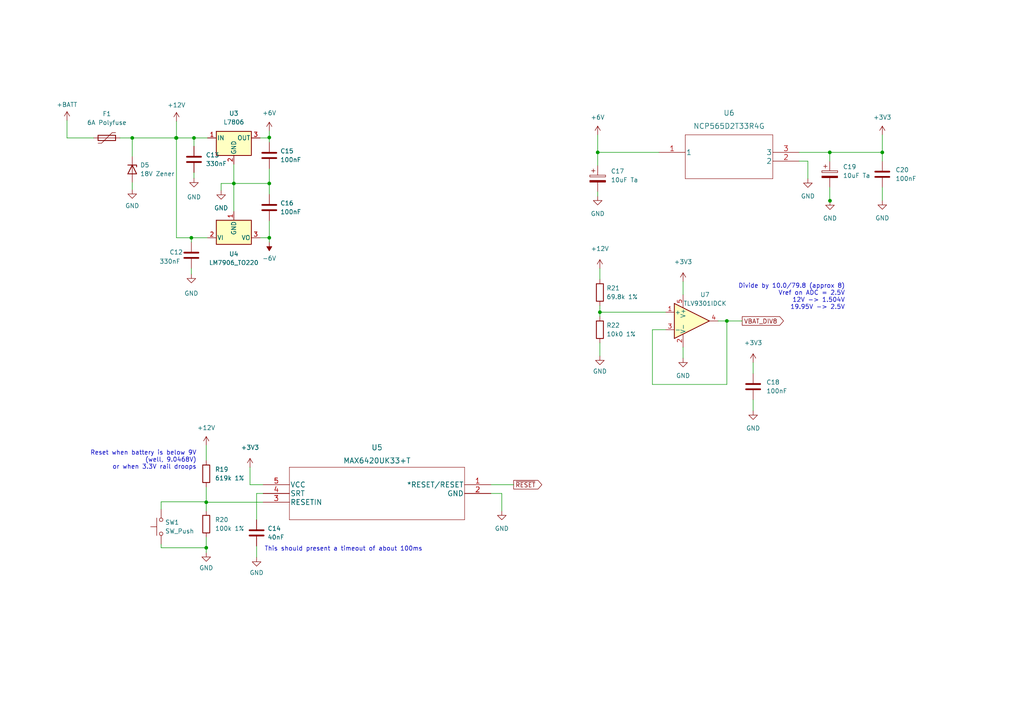
<source format=kicad_sch>
(kicad_sch (version 20211123) (generator eeschema)
  (paper "A4")
  (lib_symbols
    (symbol "+12V_1" (power) (pin_names (offset 0))
      (property "Value" "+12V_1" (at 0 3.556 0))
      (symbol "+12V_1_0_1"
        (polyline (pts (xy -0.762 1.27) (xy 0 2.54)))
        (polyline (pts (xy 0 0) (xy 0 2.54)))
        (polyline (pts (xy 0 2.54) (xy 0.762 1.27)))
      )
      (symbol "+12V_1_1_1"
        (pin power_in line (at 0 0 90) (length 0) hide (name "+12V") (number "1"))
      )
    )
    (symbol "+6V_1" (power) (pin_names (offset 0))
      (property "Value" "+6V_1" (at 0 3.556 0))
      (symbol "+6V_1_0_1"
        (polyline (pts (xy -0.762 1.27) (xy 0 2.54)))
        (polyline (pts (xy 0 0) (xy 0 2.54)))
        (polyline (pts (xy 0 2.54) (xy 0.762 1.27)))
      )
      (symbol "+6V_1_1_1"
        (pin power_in line (at 0 0 90) (length 0) hide (name "+6V") (number "1"))
      )
    )
    (symbol "Amplifier_Operational:TLV9001IDCK" (pin_names (offset 0.127))
      (property "Reference" "U" (at 7.62 2.54 0))
      (property "Value" "TLV9001IDCK" (at 11.43 -2.54 0))
      (symbol "TLV9001IDCK_0_1"
        (polyline (pts (xy -2.54 5.08) (xy -2.54 -5.08) (xy 7.62 0) (xy -2.54 5.08)) (stroke (width 0.254)) (fill (type background)))
      )
      (symbol "TLV9001IDCK_1_1"
        (pin input line (at -5.08 2.54 0) (length 2.54) (name "+") (number "1"))
        (pin power_in line (at 0 -7.62 90) (length 3.81) (name "V-") (number "2"))
        (pin input line (at -5.08 -2.54 0) (length 2.54) (name "-") (number "3"))
        (pin output line (at 10.16 0 180) (length 2.54) (name "~") (number "4"))
        (pin power_in line (at 0 7.62 270) (length 3.81) (name "V+") (number "5"))
      )
    )
    (symbol "Device:C" (pin_numbers hide) (pin_names (offset 0.254))
      (property "Reference" "C" (at 0.635 2.54 0))
      (property "Value" "C" (at 0.635 -2.54 0))
      (symbol "C_0_1"
        (polyline (pts (xy -2.032 -0.762) (xy 2.032 -0.762)) (stroke (width 0.508)))
        (polyline (pts (xy -2.032 0.762) (xy 2.032 0.762)) (stroke (width 0.508)))
      )
      (symbol "C_1_1"
        (pin passive line (at 0 3.81 270) (length 2.794) (name "~") (number "1"))
        (pin passive line (at 0 -3.81 90) (length 2.794) (name "~") (number "2"))
      )
    )
    (symbol "Device:C_Polarized" (pin_numbers hide) (pin_names (offset 0.254))
      (property "Reference" "C" (at 0.635 2.54 0))
      (property "Value" "C_Polarized" (at 0.635 -2.54 0))
      (symbol "C_Polarized_0_1"
        (rectangle (start -2.286 0.508) (end 2.286 1.016))
        (polyline (pts (xy -1.778 2.286) (xy -0.762 2.286)))
        (polyline (pts (xy -1.27 2.794) (xy -1.27 1.778)))
        (rectangle (start 2.286 -0.508) (end -2.286 -1.016) (fill (type outline)))
      )
      (symbol "C_Polarized_1_1"
        (pin passive line (at 0 3.81 270) (length 2.794) (name "~") (number "1"))
        (pin passive line (at 0 -3.81 90) (length 2.794) (name "~") (number "2"))
      )
    )
    (symbol "Device:D_Zener" (pin_numbers hide) (pin_names (offset 1.016) hide)
      (property "Reference" "D" (at 0 2.54 0))
      (property "Value" "D_Zener" (at 0 -2.54 0))
      (symbol "D_Zener_0_1"
        (polyline (pts (xy 1.27 0) (xy -1.27 0)))
        (polyline (pts (xy -1.27 -1.27) (xy -1.27 1.27) (xy -0.762 1.27)) (stroke (width 0.254)))
        (polyline (pts (xy 1.27 -1.27) (xy 1.27 1.27) (xy -1.27 0) (xy 1.27 -1.27)) (stroke (width 0.254)))
      )
      (symbol "D_Zener_1_1"
        (pin passive line (at -3.81 0 0) (length 2.54) (name "K") (number "1"))
        (pin passive line (at 3.81 0 180) (length 2.54) (name "A") (number "2"))
      )
    )
    (symbol "Device:Polyfuse" (pin_numbers hide) (pin_names (offset 0))
      (property "Reference" "F" (at -2.54 0 90))
      (property "Value" "Polyfuse" (at 2.54 0 90))
      (symbol "Polyfuse_0_1"
        (rectangle (start -0.762 2.54) (end 0.762 -2.54) (stroke (width 0.254)))
        (polyline (pts (xy 0 2.54) (xy 0 -2.54)))
        (polyline (pts (xy -1.524 2.54) (xy -1.524 1.524) (xy 1.524 -1.524) (xy 1.524 -2.54)))
      )
      (symbol "Polyfuse_1_1"
        (pin passive line (at 0 3.81 270) (length 1.27) (name "~") (number "1"))
        (pin passive line (at 0 -3.81 90) (length 1.27) (name "~") (number "2"))
      )
    )
    (symbol "Device:R" (pin_numbers hide) (pin_names (offset 0))
      (property "Reference" "R" (at 2.032 0 90))
      (property "Value" "R" (at 0 0 90))
      (symbol "R_0_1"
        (rectangle (start -1.016 -2.54) (end 1.016 2.54) (stroke (width 0.254)))
      )
      (symbol "R_1_1"
        (pin passive line (at 0 3.81 270) (length 1.27) (name "~") (number "1"))
        (pin passive line (at 0 -3.81 90) (length 1.27) (name "~") (number "2"))
      )
    )
    (symbol "GND_1" (power) (pin_names (offset 0))
      (property "Value" "GND_1" (at 0 -3.81 0))
      (symbol "GND_1_0_1"
        (polyline (pts (xy 0 0) (xy 0 -1.27) (xy 1.27 -1.27) (xy 0 -2.54) (xy -1.27 -1.27) (xy 0 -1.27)))
      )
      (symbol "GND_1_1_1"
        (pin power_in line (at 0 0 270) (length 0) hide (name "GND") (number "1"))
      )
    )
    (symbol "GND_2" (power) (pin_names (offset 0))
      (property "Value" "GND_2" (at 0 -3.81 0))
      (symbol "GND_2_0_1"
        (polyline (pts (xy 0 0) (xy 0 -1.27) (xy 1.27 -1.27) (xy 0 -2.54) (xy -1.27 -1.27) (xy 0 -1.27)))
      )
      (symbol "GND_2_1_1"
        (pin power_in line (at 0 0 270) (length 0) hide (name "GND") (number "1"))
      )
    )
    (symbol "Regulator_Linear:L7806" (pin_names (offset 0.254))
      (property "Reference" "U" (at -3.81 3.175 0))
      (property "Value" "L7806" (at 0 3.175 0))
      (symbol "L7806_0_1"
        (rectangle (start -5.08 1.905) (end 5.08 -5.08) (stroke (width 0.254)) (fill (type background)))
      )
      (symbol "L7806_1_1"
        (pin power_in line (at -7.62 0 0) (length 2.54) (name "IN") (number "1"))
        (pin power_in line (at 0 -7.62 90) (length 2.54) (name "GND") (number "2"))
        (pin power_out line (at 7.62 0 180) (length 2.54) (name "OUT") (number "3"))
      )
    )
    (symbol "Regulator_Linear:LM7906_TO220" (pin_names (offset 0.254))
      (property "Reference" "U" (at -3.81 -3.175 0))
      (property "Value" "LM7906_TO220" (at 0 -3.175 0))
      (symbol "LM7906_TO220_0_1"
        (rectangle (start -5.08 5.08) (end 5.08 -1.905) (stroke (width 0.254)) (fill (type background)))
      )
      (symbol "LM7906_TO220_1_1"
        (pin power_in line (at 0 7.62 270) (length 2.54) (name "GND") (number "1"))
        (pin power_in line (at -7.62 0 0) (length 2.54) (name "VI") (number "2"))
        (pin power_out line (at 7.62 0 180) (length 2.54) (name "VO") (number "3"))
      )
    )
    (symbol "Switch:SW_Push" (pin_numbers hide) (pin_names (offset 1.016) hide)
      (property "Reference" "SW" (at 1.27 2.54 0))
      (property "Value" "SW_Push" (at 0 -1.524 0))
      (symbol "SW_Push_0_1"
        (circle (center -2.032 0) (radius 0.508))
        (polyline (pts (xy 0 1.27) (xy 0 3.048)))
        (polyline (pts (xy 2.54 1.27) (xy -2.54 1.27)))
        (circle (center 2.032 0) (radius 0.508))
        (pin passive line (at -5.08 0 0) (length 2.54) (name "1") (number "1"))
        (pin passive line (at 5.08 0 180) (length 2.54) (name "2") (number "2"))
      )
    )
    (symbol "UltraLibrarian:MAX6420UK33+T" (pin_names (offset 0.254))
      (property "Reference" "U" (at 33.02 10.16 0))
      (property "Value" "MAX6420UK33+T" (at 33.02 7.62 0))
      (symbol "MAX6420UK33+T_1_1"
        (polyline (pts (xy 7.62 -10.16) (xy 58.42 -10.16)) (stroke (width 0.127)))
        (polyline (pts (xy 7.62 5.08) (xy 7.62 -10.16)) (stroke (width 0.127)))
        (polyline (pts (xy 58.42 -10.16) (xy 58.42 5.08)) (stroke (width 0.127)))
        (polyline (pts (xy 58.42 5.08) (xy 7.62 5.08)) (stroke (width 0.127)))
        (pin unspecified line (at 0 0 0) (length 7.62) (name "*RESET/RESET") (number "1"))
        (pin power_in line (at 0 -2.54 0) (length 7.62) (name "GND") (number "2"))
        (pin input line (at 66.04 -5.08 180) (length 7.62) (name "RESETIN") (number "3"))
        (pin input line (at 66.04 -2.54 180) (length 7.62) (name "SRT") (number "4"))
        (pin power_in line (at 66.04 0 180) (length 7.62) (name "VCC") (number "5"))
      )
    )
    (symbol "UltraLibrarian:NCP565D2T33R4G" (pin_names (offset 0.254))
      (property "Reference" "U" (at 20.32 10.16 0))
      (property "Value" "NCP565D2T33R4G" (at 20.32 7.62 0))
      (symbol "NCP565D2T33R4G_1_1"
        (polyline (pts (xy 7.62 -7.62) (xy 33.02 -7.62)) (stroke (width 0.127)))
        (polyline (pts (xy 7.62 5.08) (xy 7.62 -7.62)) (stroke (width 0.127)))
        (polyline (pts (xy 33.02 -7.62) (xy 33.02 5.08)) (stroke (width 0.127)))
        (polyline (pts (xy 33.02 5.08) (xy 7.62 5.08)) (stroke (width 0.127)))
        (pin unspecified line (at 0 0 0) (length 7.62) (name "1") (number "1"))
        (pin unspecified line (at 40.64 -2.54 180) (length 7.62) (name "2") (number "2"))
        (pin unspecified line (at 40.64 0 180) (length 7.62) (name "3") (number "3"))
      )
    )
    (symbol "power:+12V" (power) (pin_names (offset 0))
      (property "Value" "+12V" (at 0 3.556 0))
      (symbol "+12V_0_1"
        (polyline (pts (xy -0.762 1.27) (xy 0 2.54)))
        (polyline (pts (xy 0 0) (xy 0 2.54)))
        (polyline (pts (xy 0 2.54) (xy 0.762 1.27)))
      )
      (symbol "+12V_1_1"
        (pin power_in line (at 0 0 90) (length 0) hide (name "+12V") (number "1"))
      )
    )
    (symbol "power:+3V3" (power) (pin_names (offset 0))
      (property "Value" "+3V3" (at 0 3.556 0))
      (symbol "+3V3_0_1"
        (polyline (pts (xy -0.762 1.27) (xy 0 2.54)))
        (polyline (pts (xy 0 0) (xy 0 2.54)))
        (polyline (pts (xy 0 2.54) (xy 0.762 1.27)))
      )
      (symbol "+3V3_1_1"
        (pin power_in line (at 0 0 90) (length 0) hide (name "+3V3") (number "1"))
      )
    )
    (symbol "power:+6V" (power) (pin_names (offset 0))
      (property "Value" "+6V" (at 0 3.556 0))
      (symbol "+6V_0_1"
        (polyline (pts (xy -0.762 1.27) (xy 0 2.54)))
        (polyline (pts (xy 0 0) (xy 0 2.54)))
        (polyline (pts (xy 0 2.54) (xy 0.762 1.27)))
      )
      (symbol "+6V_1_1"
        (pin power_in line (at 0 0 90) (length 0) hide (name "+6V") (number "1"))
      )
    )
    (symbol "power:+BATT" (power) (pin_names (offset 0))
      (property "Value" "+BATT" (at 0 3.556 0))
      (symbol "+BATT_0_1"
        (polyline (pts (xy -0.762 1.27) (xy 0 2.54)))
        (polyline (pts (xy 0 0) (xy 0 2.54)))
        (polyline (pts (xy 0 2.54) (xy 0.762 1.27)))
      )
      (symbol "+BATT_1_1"
        (pin power_in line (at 0 0 90) (length 0) hide (name "+BATT") (number "1"))
      )
    )
    (symbol "power:-6V" (power) (pin_names (offset 0))
      (property "Value" "-6V" (at 0 3.81 0))
      (symbol "-6V_0_0"
        (pin power_in line (at 0 0 90) (length 0) hide (name "-6V") (number "1"))
      )
      (symbol "-6V_0_1"
        (polyline (pts (xy 0 0) (xy 0 1.27) (xy 0.762 1.27) (xy 0 2.54) (xy -0.762 1.27) (xy 0 1.27)) (fill (type outline)))
      )
    )
    (symbol "power:GND" (power) (pin_names (offset 0))
      (property "Value" "GND" (at 0 -3.81 0))
      (symbol "GND_0_1"
        (polyline (pts (xy 0 0) (xy 0 -1.27) (xy 1.27 -1.27) (xy 0 -2.54) (xy -1.27 -1.27) (xy 0 -1.27)))
      )
      (symbol "GND_1_1"
        (pin power_in line (at 0 0 270) (length 0) hide (name "GND") (number "1"))
      )
    )
  )
  (junction (at 55.499 68.961))
  (junction (at 38.354 40.005))
  (junction (at 210.82 93.091))
  (junction (at 78.105 68.961))
  (junction (at 173.99 90.551))
  (junction (at 59.817 145.669))
  (junction (at 78.105 39.878))
  (junction (at 240.665 44.196))
  (junction (at 240.7246 58.2315))
  (junction (at 78.105 53.213))
  (junction (at 51.054 40.005))
  (junction (at 173.355 44.196))
  (junction (at 51.181 40.005))
  (junction (at 56.261 40.005))
  (junction (at 59.817 158.877))
  (junction (at 67.818 53.213))
  (junction (at 255.905 44.196))
  (wire (pts (xy 64.135 55.245) (xy 64.135 53.213)))
  (wire (pts (xy 46.736 157.861) (xy 46.736 158.877)))
  (wire (pts (xy 173.99 88.646) (xy 173.99 90.551)))
  (wire (pts (xy 51.181 40.005) (xy 56.261 40.005)))
  (wire (pts (xy 173.99 90.551) (xy 193.04 90.551)))
  (wire (pts (xy 173.355 39.116) (xy 173.355 44.196)))
  (wire (pts (xy 56.261 50.038) (xy 56.261 51.689)))
  (wire (pts (xy 145.542 143.129) (xy 145.542 148.209)))
  (wire (pts (xy 19.431 40.005) (xy 27.178 40.005)))
  (wire (pts (xy 74.422 158.369) (xy 74.422 161.671)))
  (wire (pts (xy 240.665 44.196) (xy 255.905 44.196)))
  (wire (pts (xy 173.99 90.551) (xy 173.99 91.821)))
  (wire (pts (xy 231.775 44.196) (xy 240.665 44.196)))
  (wire (pts (xy 173.355 55.626) (xy 173.355 56.896)))
  (wire (pts (xy 59.817 141.224) (xy 59.817 145.669)))
  (wire (pts (xy 78.105 48.895) (xy 78.105 53.213)))
  (wire (pts (xy 59.817 158.877) (xy 59.817 160.274)))
  (wire (pts (xy 38.354 52.959) (xy 38.354 54.991)))
  (wire (pts (xy 210.82 111.506) (xy 210.82 93.091)))
  (wire (pts (xy 198.12 100.711) (xy 198.12 103.886)))
  (wire (pts (xy 142.367 143.129) (xy 145.542 143.129)))
  (wire (pts (xy 193.04 95.631) (xy 189.23 95.631)))
  (wire (pts (xy 78.105 37.973) (xy 78.105 39.878)))
  (wire (pts (xy 218.44 115.951) (xy 218.44 119.126)))
  (wire (pts (xy 255.905 44.196) (xy 255.905 46.736)))
  (wire (pts (xy 78.105 68.961) (xy 78.105 70.231)))
  (wire (pts (xy 51.181 35.179) (xy 51.181 40.005)))
  (wire (pts (xy 59.817 129.159) (xy 59.817 133.604)))
  (wire (pts (xy 218.44 105.156) (xy 218.44 108.331)))
  (wire (pts (xy 173.355 44.196) (xy 191.135 44.196)))
  (wire (pts (xy 67.818 53.213) (xy 67.818 47.625)))
  (wire (pts (xy 64.135 53.213) (xy 67.818 53.213)))
  (wire (pts (xy 51.181 40.005) (xy 51.181 68.961)))
  (wire (pts (xy 189.23 95.631) (xy 189.23 111.506)))
  (wire (pts (xy 240.665 46.736) (xy 240.665 44.196)))
  (wire (pts (xy 210.82 93.091) (xy 215.265 93.091)))
  (wire (pts (xy 72.517 135.509) (xy 72.517 140.589)))
  (wire (pts (xy 19.431 34.925) (xy 19.431 40.005)))
  (wire (pts (xy 75.438 40.005) (xy 78.105 40.005)))
  (wire (pts (xy 67.818 53.213) (xy 78.105 53.213)))
  (wire (pts (xy 173.355 44.196) (xy 173.355 48.006)))
  (wire (pts (xy 38.354 40.005) (xy 51.054 40.005)))
  (wire (pts (xy 240.665 54.356) (xy 240.665 58.166)))
  (wire (pts (xy 51.181 68.961) (xy 55.499 68.961)))
  (wire (pts (xy 67.818 61.341) (xy 67.818 53.213)))
  (wire (pts (xy 78.105 68.961) (xy 78.105 64.008)))
  (wire (pts (xy 34.798 40.005) (xy 38.354 40.005)))
  (wire (pts (xy 74.422 143.129) (xy 74.422 150.749)))
  (wire (pts (xy 255.905 39.116) (xy 255.905 44.196)))
  (wire (pts (xy 74.422 143.129) (xy 76.327 143.129)))
  (wire (pts (xy 55.499 77.851) (xy 55.499 79.502)))
  (wire (pts (xy 173.99 99.441) (xy 173.99 103.251)))
  (wire (pts (xy 78.105 56.388) (xy 78.105 53.213)))
  (wire (pts (xy 75.438 68.961) (xy 78.105 68.961)))
  (wire (pts (xy 210.82 93.091) (xy 208.28 93.091)))
  (wire (pts (xy 59.817 145.669) (xy 76.327 145.669)))
  (wire (pts (xy 59.817 145.669) (xy 59.817 148.209)))
  (wire (pts (xy 46.736 158.877) (xy 59.817 158.877)))
  (wire (pts (xy 189.23 111.506) (xy 210.82 111.506)))
  (wire (pts (xy 72.517 140.589) (xy 76.327 140.589)))
  (wire (pts (xy 56.261 40.005) (xy 56.261 42.418)))
  (wire (pts (xy 255.905 54.356) (xy 255.905 58.166)))
  (wire (pts (xy 38.354 40.005) (xy 38.354 45.339)))
  (wire (pts (xy 234.315 46.736) (xy 234.315 51.816)))
  (wire (pts (xy 46.736 147.701) (xy 46.736 145.542)))
  (wire (pts (xy 59.817 155.829) (xy 59.817 158.877)))
  (wire (pts (xy 55.499 68.961) (xy 55.499 70.231)))
  (wire (pts (xy 234.315 46.736) (xy 231.775 46.736)))
  (wire (pts (xy 46.736 145.542) (xy 60.198 145.542)))
  (wire (pts (xy 78.105 40.005) (xy 78.105 41.275)))
  (wire (pts (xy 142.367 140.589) (xy 148.971 140.589)))
  (wire (pts (xy 173.99 77.851) (xy 173.99 81.026)))
  (wire (pts (xy 56.261 40.005) (xy 60.198 40.005)))
  (wire (pts (xy 55.499 68.961) (xy 60.198 68.961)))
  (wire (pts (xy 198.12 81.661) (xy 198.12 85.471)))
  (text "Divide by 10.0/79.8 (approx 8)\nVref on ADC = 2.5V\n12V -> 1.504V\n19.95V -> 2.5V" (at 245.11 89.916 180) (effects (font (size 1.27 1.27)) (justify right bottom)))
  (text "Reset when battery is below 9V\n(well, 9.0468V)\nor when 3.3V rail droops" (at 57.023 136.271 180) (effects (font (size 1.27 1.27)) (justify right bottom)))
  (text "This should present a timeout of about 100ms" (at 122.555 160.02 180) (effects (font (size 1.27 1.27)) (justify right bottom)))
  (global_label "~{RESET}" (shape output) (at 148.971 140.589 0) (property "Intersheet References" "${INTERSHEET_REFS}" (effects hide)))
  (global_label "VBAT_DIV8" (shape output) (at 215.265 93.091 0) (property "Intersheet References" "${INTERSHEET_REFS}" (effects hide)))
  (symbol (lib_id "UltraLibrarian:NCP565D2T33R4G") (at 191.135 44.196 0) (unit 1)
    (property "Reference" "U6" (at 211.455 32.766 0) (effects (font (size 1.524 1.524))))
    (property "Value" "NCP565D2T33R4G" (at 211.455 36.576 0) (effects (font (size 1.524 1.524))))
    (property "Footprint" "UltraLibrarian:NCP565D2T33R4G" (effects hide))
  )
  (symbol (lib_name "+12V_1") (lib_id "power:+12V") (at 51.181 35.179 0) (unit 1)
    (property "Reference" "#PWR034" (effects hide))
    (property "Value" "+12V" (at 51.181 30.48 0))
  )
  (symbol (lib_id "Device:C") (at 255.905 50.546 0) (unit 1)
    (property "Reference" "C20" (at 259.715 49.2759 0) (effects (justify left)))
    (property "Value" "100nF" (at 259.715 51.8159 0) (effects (justify left)))
  )
  (symbol (lib_name "GND_2") (lib_id "power:GND") (at 38.354 54.991 0) (unit 1)
    (property "Reference" "#PWR033" (effects hide))
    (property "Value" "GND" (at 38.354 59.69 0))
  )
  (symbol (lib_id "Device:R") (at 173.99 84.836 0) (unit 1)
    (property "Reference" "R21" (at 175.895 83.5659 0) (effects (justify left)))
    (property "Value" "69.8k 1%" (at 175.895 86.1059 0) (effects (justify left)))
  )
  (symbol (lib_id "Device:C_Polarized") (at 173.355 51.816 0) (unit 1)
    (property "Reference" "C17" (at 177.165 49.6569 0) (effects (justify left)))
    (property "Value" "10uF Ta" (at 177.165 52.1969 0) (effects (justify left)))
  )
  (symbol (lib_id "UltraLibrarian:MAX6420UK33+T") (at 142.367 140.589 0) (mirror y) (unit 1)
    (property "Reference" "U5" (at 109.347 129.794 0) (effects (font (size 1.524 1.524))))
    (property "Value" "MAX6420UK33+T" (at 109.347 133.604 0) (effects (font (size 1.524 1.524))))
    (property "Footprint" "UltraLibrarian:MAX6420UK33&plus_T" (effects hide))
  )
  (symbol (lib_id "Device:C") (at 78.105 60.198 0) (unit 1)
    (property "Reference" "C16" (at 81.28 58.9279 0) (effects (justify left)))
    (property "Value" "100nF" (at 81.28 61.4679 0) (effects (justify left)))
  )
  (symbol (lib_id "power:+6V") (at 173.355 39.116 0) (unit 1)
    (property "Reference" "#PWR045" (effects hide))
    (property "Value" "+6V" (at 173.355 34.036 0))
  )
  (symbol (lib_id "power:GND") (at 173.99 103.251 0) (unit 1)
    (property "Reference" "#PWR048" (effects hide))
    (property "Value" "GND" (at 173.99 107.696 0))
  )
  (symbol (lib_id "power:GND") (at 240.7246 58.2315 0) (unit 1)
    (property "Reference" "#PWR054" (effects hide))
    (property "Value" "GND" (at 240.7246 63.3115 0))
  )
  (symbol (lib_id "power:+12V") (at 173.99 77.851 0) (unit 1)
    (property "Reference" "#PWR047" (effects hide))
    (property "Value" "+12V" (at 173.99 72.136 0))
  )
  (symbol (lib_id "Switch:SW_Push") (at 46.736 152.781 90) (unit 1)
    (property "Reference" "SW1" (at 47.879 151.5109 90) (effects (justify right)))
    (property "Value" "SW_Push" (at 47.879 154.0509 90) (effects (justify right)))
  )
  (symbol (lib_id "Device:R") (at 173.99 95.631 0) (unit 1)
    (property "Reference" "R22" (at 175.895 94.3609 0) (effects (justify left)))
    (property "Value" "10k0 1%" (at 175.895 96.9009 0) (effects (justify left)))
  )
  (symbol (lib_id "power:+3V3") (at 72.517 135.509 0) (unit 1)
    (property "Reference" "#PWR040" (effects hide))
    (property "Value" "+3V3" (at 72.517 129.794 0))
  )
  (symbol (lib_id "power:+3V3") (at 255.905 39.116 0) (unit 1)
    (property "Reference" "#PWR055" (effects hide))
    (property "Value" "+3V3" (at 255.905 34.036 0))
  )
  (symbol (lib_id "Device:C") (at 78.105 45.085 0) (unit 1)
    (property "Reference" "C15" (at 81.28 43.8149 0) (effects (justify left)))
    (property "Value" "100nF" (at 81.28 46.3549 0) (effects (justify left)))
  )
  (symbol (lib_id "Device:R") (at 59.817 137.414 0) (unit 1)
    (property "Reference" "R19" (at 62.357 136.1439 0) (effects (justify left)))
    (property "Value" "619k 1%" (at 62.357 138.6839 0) (effects (justify left)))
  )
  (symbol (lib_id "power:GND") (at 234.315 51.816 0) (unit 1)
    (property "Reference" "#PWR053" (effects hide))
    (property "Value" "GND" (at 234.315 56.896 0))
  )
  (symbol (lib_name "GND_1") (lib_id "power:GND") (at 55.499 79.502 0) (unit 1)
    (property "Reference" "#PWR035" (effects hide))
    (property "Value" "GND" (at 55.499 85.09 0))
  )
  (symbol (lib_id "Device:Polyfuse") (at 30.988 40.005 90) (unit 1)
    (property "Reference" "F1" (at 30.988 33.02 90))
    (property "Value" "6A Polyfuse" (at 30.988 35.56 90))
    (property "Footprint" "Resistor_SMD:R_0603_1608Metric_Pad0.98x0.95mm_HandSolder" (effects hide))
    (property "Digikey" "18-0603L175SLYRTCT-ND" (effects hide))
  )
  (symbol (lib_id "power:GND") (at 145.542 148.209 0) (mirror y) (unit 1)
    (property "Reference" "#PWR044" (effects hide))
    (property "Value" "GND" (at 145.542 153.289 0))
  )
  (symbol (lib_id "power:+3V3") (at 218.44 105.156 0) (unit 1)
    (property "Reference" "#PWR051" (effects hide))
    (property "Value" "+3V3" (at 218.44 99.441 0))
  )
  (symbol (lib_id "power:-6V") (at 78.105 70.231 180) (unit 1)
    (property "Reference" "#PWR043" (effects hide))
    (property "Value" "-6V" (at 78.105 74.93 0))
  )
  (symbol (lib_id "Device:C") (at 218.44 112.141 0) (unit 1)
    (property "Reference" "C18" (at 222.25 110.8709 0) (effects (justify left)))
    (property "Value" "100nF" (at 222.25 113.4109 0) (effects (justify left)))
  )
  (symbol (lib_id "Device:C_Polarized") (at 240.665 50.546 0) (unit 1)
    (property "Reference" "C19" (at 244.475 48.3869 0) (effects (justify left)))
    (property "Value" "10uF Ta" (at 244.475 50.9269 0) (effects (justify left)))
  )
  (symbol (lib_id "power:GND") (at 218.44 119.126 0) (unit 1)
    (property "Reference" "#PWR052" (effects hide))
    (property "Value" "GND" (at 218.44 124.206 0))
  )
  (symbol (lib_id "Amplifier_Operational:TLV9001IDCK") (at 198.12 93.091 0) (unit 1)
    (property "Reference" "U7" (at 204.47 85.471 0))
    (property "Value" "TLV9301IDCK" (at 204.47 88.011 0))
    (property "Footprint" "Package_TO_SOT_SMD:SOT-353_SC-70-5" (effects hide))
    (property "Datasheet" "https://www.ti.com/lit/ds/symlink/tlv9001.pdf" (effects hide))
  )
  (symbol (lib_name "GND_1") (lib_id "power:GND") (at 64.135 55.245 0) (unit 1)
    (property "Reference" "#PWR039" (effects hide))
    (property "Value" "GND" (at 64.135 60.325 0))
  )
  (symbol (lib_id "Device:D_Zener") (at 38.354 49.149 270) (unit 1)
    (property "Reference" "D5" (at 40.64 47.8789 90) (effects (justify left)))
    (property "Value" "18V Zener" (at 40.64 50.4189 90) (effects (justify left)))
    (property "Footprint" "Diode_SMD:D_SOD-123" (effects hide))
  )
  (symbol (lib_id "power:GND") (at 74.422 161.671 0) (mirror y) (unit 1)
    (property "Reference" "#PWR041" (effects hide))
    (property "Value" "GND" (at 74.422 166.116 0))
  )
  (symbol (lib_id "power:+12V") (at 59.817 129.159 0) (unit 1)
    (property "Reference" "#PWR037" (effects hide))
    (property "Value" "+12V" (at 59.817 124.079 0))
  )
  (symbol (lib_name "+6V_1") (lib_id "power:+6V") (at 78.105 37.973 0) (unit 1)
    (property "Reference" "#PWR042" (effects hide))
    (property "Value" "+6V" (at 78.105 32.766 0))
  )
  (symbol (lib_id "Regulator_Linear:LM7906_TO220") (at 67.818 68.961 0) (unit 1)
    (property "Reference" "U4" (at 67.818 73.66 0))
    (property "Value" "LM7906_TO220" (at 67.818 76.2 0))
    (property "Footprint" "Package_TO_SOT_THT:TO-220-3_Vertical" (effects hide))
    (property "Datasheet" "https://www.onsemi.com/pub/Collateral/MC7900-D.PDF" (effects hide))
  )
  (symbol (lib_id "Device:C") (at 55.499 74.041 0) (unit 1)
    (property "Reference" "C12" (at 49.149 73.152 0) (effects (justify left)))
    (property "Value" "330nF" (at 46.228 75.819 0) (effects (justify left)))
  )
  (symbol (lib_id "power:GND") (at 59.817 160.274 0) (mirror y) (unit 1)
    (property "Reference" "#PWR038" (effects hide))
    (property "Value" "GND" (at 59.817 164.719 0))
  )
  (symbol (lib_name "GND_1") (lib_id "power:GND") (at 56.261 51.689 0) (unit 1)
    (property "Reference" "#PWR036" (effects hide))
    (property "Value" "GND" (at 56.261 57.15 0))
  )
  (symbol (lib_id "power:+3V3") (at 198.12 81.661 0) (unit 1)
    (property "Reference" "#PWR049" (effects hide))
    (property "Value" "+3V3" (at 198.12 75.946 0))
  )
  (symbol (lib_id "Regulator_Linear:L7806") (at 67.818 40.005 0) (unit 1)
    (property "Reference" "U3" (at 67.818 32.893 0))
    (property "Value" "L7806" (at 67.818 35.433 0))
    (property "Footprint" "Package_TO_SOT_THT:TO-220-3_Vertical" (effects hide))
    (property "Datasheet" "http://www.st.com/content/ccc/resource/technical/document/datasheet/41/4f/b3/b0/12/d4/47/88/CD00000444.pdf/files/CD00000444.pdf/jcr:content/translations/en.CD00000444.pdf" (effects hide))
  )
  (symbol (lib_id "Device:C") (at 74.422 154.559 0) (unit 1)
    (property "Reference" "C14" (at 77.597 153.2889 0) (effects (justify left)))
    (property "Value" "40nF" (at 77.597 155.8289 0) (effects (justify left)))
  )
  (symbol (lib_id "Device:C") (at 56.261 46.228 0) (unit 1)
    (property "Reference" "C13" (at 59.69 44.9579 0) (effects (justify left)))
    (property "Value" "330nF" (at 59.69 47.4979 0) (effects (justify left)))
  )
  (symbol (lib_id "Device:R") (at 59.817 152.019 0) (unit 1)
    (property "Reference" "R20" (at 62.357 150.7489 0) (effects (justify left)))
    (property "Value" "100k 1%" (at 62.357 153.2889 0) (effects (justify left)))
  )
  (symbol (lib_id "power:+BATT") (at 19.431 34.925 0) (unit 1)
    (property "Reference" "#PWR032" (effects hide))
    (property "Value" "+BATT" (at 19.431 30.353 0))
  )
  (symbol (lib_id "power:GND") (at 198.12 103.886 0) (unit 1)
    (property "Reference" "#PWR050" (effects hide))
    (property "Value" "GND" (at 198.12 108.966 0))
  )
  (symbol (lib_id "power:GND") (at 255.905 58.166 0) (unit 1)
    (property "Reference" "#PWR056" (effects hide))
    (property "Value" "GND" (at 255.905 63.246 0))
  )
  (symbol (lib_id "power:GND") (at 173.355 56.896 0) (unit 1)
    (property "Reference" "#PWR046" (effects hide))
    (property "Value" "GND" (at 173.355 61.976 0))
  )
)
</source>
